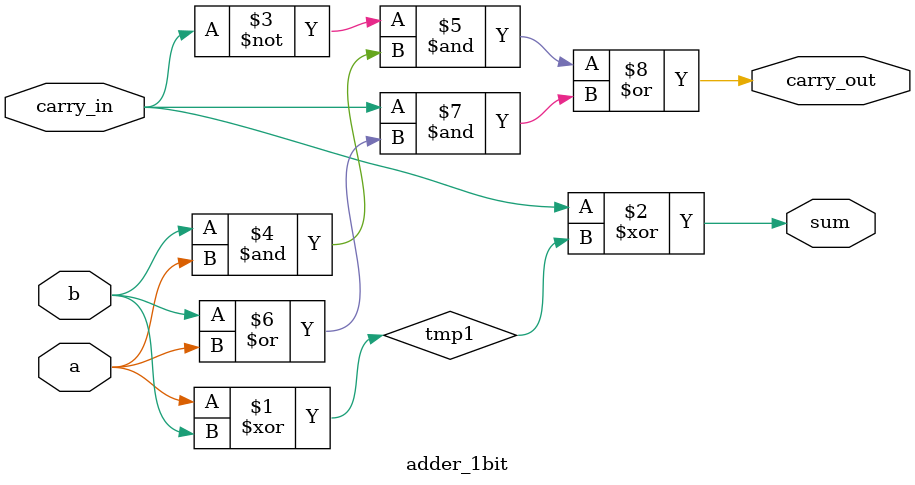
<source format=sv>
module adder_1bit
(
	input wire a,
	input wire b,
	input wire carry_in,
	output wire sum,
	output wire carry_out
);
	wire tmp1;
	wire tmp2;
	wire tmp3;
	assign tmp1 = a ^ b;
	assign sum = carry_in ^ tmp1;
	assign carry_out = ((~carry_in) & (b & a)) | (carry_in & (b | a));
	// STUDENT: Fill in the correct port map with parameter override syntax for using your n-bit ripple carry adder design to be an 8-bit ripple carry adder design
endmodule
</source>
